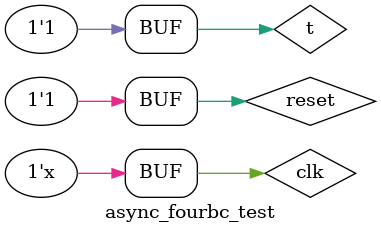
<source format=v>
`timescale 1ns / 1ps


module async_fourbc_test;

	// Inputs
	reg reset;
	reg clk;
	reg t;
	wire [3:0]q;

	// Instantiate the Unit Under Test (UUT)
	async_fourbc uut (
		.reset(reset), 
		.clk(clk), 
		.t(t), 
		.q(q)
	);

	initial begin
		// Initialize Inputs
		reset = 1;
		clk = 0;
		t = 0;
		
		
		// Wait 100 ns for global reset to finish
		#10	t=1;
		#0 reset=0;
       #140 reset=1;
		// Add stimulus here

	end
	
	
      always 
		#10 clk=~clk; 
		
		
		
endmodule


</source>
